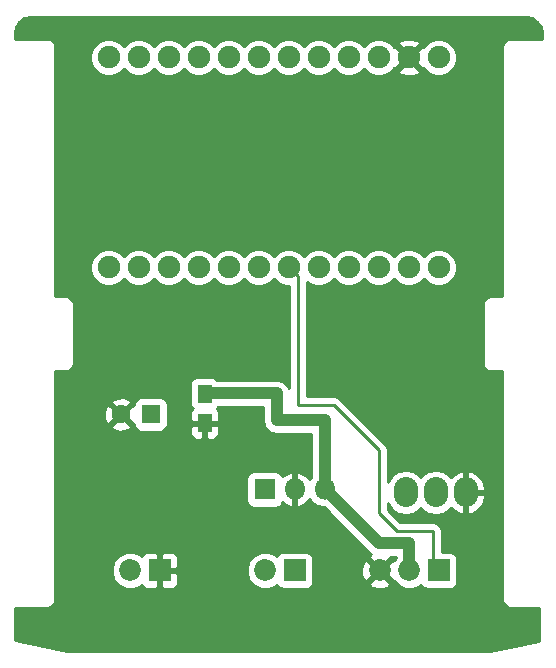
<source format=gtl>
G04 #@! TF.FileFunction,Copper,L1,Top,Signal*
%FSLAX46Y46*%
G04 Gerber Fmt 4.6, Leading zero omitted, Abs format (unit mm)*
G04 Created by KiCad (PCBNEW 4.0.5) date 07/13/18 00:02:14*
%MOMM*%
%LPD*%
G01*
G04 APERTURE LIST*
%ADD10C,0.100000*%
%ADD11O,2.032000X2.540000*%
%ADD12R,1.850000X1.850000*%
%ADD13C,1.850000*%
%ADD14R,1.800000X1.800000*%
%ADD15O,1.800000X1.800000*%
%ADD16C,1.900000*%
%ADD17R,1.250000X1.500000*%
%ADD18R,1.600000X1.600000*%
%ADD19C,1.600000*%
%ADD20C,0.250000*%
%ADD21C,1.000000*%
%ADD22C,0.254000*%
G04 APERTURE END LIST*
D10*
D11*
X194818000Y-90932000D03*
X197358000Y-90932000D03*
X192278000Y-90932000D03*
D12*
X182880000Y-97536000D03*
D13*
X180380000Y-97536000D03*
D12*
X195072000Y-97536000D03*
D13*
X192572000Y-97536000D03*
X190072000Y-97536000D03*
D14*
X180340000Y-90678000D03*
D15*
X182880000Y-90678000D03*
X185420000Y-90678000D03*
D16*
X195072000Y-54102000D03*
X192532000Y-54102000D03*
X189992000Y-54102000D03*
X187452000Y-54102000D03*
X184912000Y-54102000D03*
X182372000Y-54102000D03*
X179832000Y-54102000D03*
X177292000Y-54102000D03*
X174752000Y-54102000D03*
X172212000Y-54102000D03*
X169672000Y-54102000D03*
X167132000Y-54102000D03*
X195072000Y-71882000D03*
X192532000Y-71882000D03*
X189992000Y-71882000D03*
X187452000Y-71882000D03*
X184912000Y-71882000D03*
X182372000Y-71882000D03*
X179832000Y-71882000D03*
X177292000Y-71882000D03*
X174752000Y-71882000D03*
X172212000Y-71882000D03*
X169672000Y-71882000D03*
X167132000Y-71882000D03*
D17*
X175260000Y-82570000D03*
X175260000Y-85070000D03*
D18*
X170688000Y-84328000D03*
D19*
X168188000Y-84328000D03*
D12*
X171450000Y-97536000D03*
D13*
X168950000Y-97536000D03*
D20*
X182372000Y-71882000D02*
X183134000Y-72644000D01*
X183134000Y-83566000D02*
X185674000Y-83566000D01*
X185674000Y-83566000D02*
X186182000Y-83566000D01*
X186182000Y-83566000D02*
X189992000Y-87376000D01*
X189992000Y-87376000D02*
X189992000Y-92710000D01*
X189992000Y-92710000D02*
X191516000Y-94234000D01*
X191516000Y-94234000D02*
X194564000Y-94234000D01*
X194564000Y-94234000D02*
X194564000Y-97028000D01*
X183134000Y-72644000D02*
X183134000Y-83566000D01*
X194564000Y-97028000D02*
X195072000Y-97536000D01*
D21*
X192532000Y-95250000D02*
X192572000Y-95290000D01*
X189992000Y-95250000D02*
X192532000Y-95250000D01*
X185420000Y-90678000D02*
X189992000Y-95250000D01*
X192572000Y-95290000D02*
X192572000Y-97536000D01*
X175260000Y-82570000D02*
X175280000Y-82550000D01*
X175280000Y-82550000D02*
X181356000Y-82550000D01*
X181356000Y-82550000D02*
X181356000Y-82804000D01*
X181356000Y-82804000D02*
X181356000Y-84836000D01*
X181356000Y-84836000D02*
X185420000Y-84836000D01*
X185420000Y-84836000D02*
X185420000Y-90678000D01*
D20*
X175220000Y-85110000D02*
X175260000Y-85070000D01*
D22*
G36*
X202999195Y-50801097D02*
X203421458Y-51083243D01*
X203703604Y-51505506D01*
X203816101Y-52071066D01*
X203816101Y-52518574D01*
X201153788Y-52518576D01*
X200891650Y-52570719D01*
X200669420Y-52719208D01*
X200520931Y-52941438D01*
X200468788Y-53203576D01*
X200468788Y-74318600D01*
X199501101Y-74318600D01*
X199238963Y-74370743D01*
X199016733Y-74519232D01*
X198868244Y-74741462D01*
X198816101Y-75003600D01*
X198816101Y-80003600D01*
X198868244Y-80265738D01*
X199016733Y-80487968D01*
X199238963Y-80636457D01*
X199501101Y-80688600D01*
X200468788Y-80688600D01*
X200468788Y-100003600D01*
X200520931Y-100265738D01*
X200669420Y-100487968D01*
X200891650Y-100636457D01*
X201153788Y-100688600D01*
X203602362Y-100688600D01*
X203589698Y-103487315D01*
X199433271Y-104318600D01*
X163568930Y-104318600D01*
X159186100Y-103442034D01*
X159186100Y-100688600D01*
X161944138Y-100688600D01*
X162206276Y-100636457D01*
X162428506Y-100487968D01*
X162576995Y-100265738D01*
X162629138Y-100003600D01*
X162629138Y-97844942D01*
X167389730Y-97844942D01*
X167626725Y-98418514D01*
X168065177Y-98857732D01*
X168638336Y-99095728D01*
X169258942Y-99096270D01*
X169832514Y-98859275D01*
X169952881Y-98739118D01*
X169986673Y-98820699D01*
X170165302Y-98999327D01*
X170398691Y-99096000D01*
X171164250Y-99096000D01*
X171323000Y-98937250D01*
X171323000Y-97663000D01*
X171577000Y-97663000D01*
X171577000Y-98937250D01*
X171735750Y-99096000D01*
X172501309Y-99096000D01*
X172734698Y-98999327D01*
X172913327Y-98820699D01*
X173010000Y-98587310D01*
X173010000Y-97844942D01*
X178819730Y-97844942D01*
X179056725Y-98418514D01*
X179495177Y-98857732D01*
X180068336Y-99095728D01*
X180688942Y-99096270D01*
X181262514Y-98859275D01*
X181380749Y-98741246D01*
X181490910Y-98912441D01*
X181703110Y-99057431D01*
X181955000Y-99108440D01*
X183805000Y-99108440D01*
X184040317Y-99064162D01*
X184256441Y-98925090D01*
X184401431Y-98712890D01*
X184417354Y-98634256D01*
X189153349Y-98634256D01*
X189242821Y-98893332D01*
X189825368Y-99107325D01*
X190445461Y-99082097D01*
X190901179Y-98893332D01*
X190990651Y-98634256D01*
X190072000Y-97715605D01*
X189153349Y-98634256D01*
X184417354Y-98634256D01*
X184452440Y-98461000D01*
X184452440Y-97289368D01*
X188500675Y-97289368D01*
X188525903Y-97909461D01*
X188714668Y-98365179D01*
X188973744Y-98454651D01*
X189892395Y-97536000D01*
X188973744Y-96617349D01*
X188714668Y-96706821D01*
X188500675Y-97289368D01*
X184452440Y-97289368D01*
X184452440Y-96611000D01*
X184408162Y-96375683D01*
X184269090Y-96159559D01*
X184056890Y-96014569D01*
X183805000Y-95963560D01*
X181955000Y-95963560D01*
X181719683Y-96007838D01*
X181503559Y-96146910D01*
X181379229Y-96328874D01*
X181264823Y-96214268D01*
X180691664Y-95976272D01*
X180071058Y-95975730D01*
X179497486Y-96212725D01*
X179058268Y-96651177D01*
X178820272Y-97224336D01*
X178819730Y-97844942D01*
X173010000Y-97844942D01*
X173010000Y-97821750D01*
X172851250Y-97663000D01*
X171577000Y-97663000D01*
X171323000Y-97663000D01*
X171303000Y-97663000D01*
X171303000Y-97409000D01*
X171323000Y-97409000D01*
X171323000Y-96134750D01*
X171577000Y-96134750D01*
X171577000Y-97409000D01*
X172851250Y-97409000D01*
X173010000Y-97250250D01*
X173010000Y-96484690D01*
X172913327Y-96251301D01*
X172734698Y-96072673D01*
X172501309Y-95976000D01*
X171735750Y-95976000D01*
X171577000Y-96134750D01*
X171323000Y-96134750D01*
X171164250Y-95976000D01*
X170398691Y-95976000D01*
X170165302Y-96072673D01*
X169986673Y-96251301D01*
X169952983Y-96332635D01*
X169834823Y-96214268D01*
X169261664Y-95976272D01*
X168641058Y-95975730D01*
X168067486Y-96212725D01*
X167628268Y-96651177D01*
X167390272Y-97224336D01*
X167389730Y-97844942D01*
X162629138Y-97844942D01*
X162629138Y-89778000D01*
X178792560Y-89778000D01*
X178792560Y-91578000D01*
X178836838Y-91813317D01*
X178975910Y-92029441D01*
X179188110Y-92174431D01*
X179440000Y-92225440D01*
X181240000Y-92225440D01*
X181475317Y-92181162D01*
X181691441Y-92042090D01*
X181836431Y-91829890D01*
X181846766Y-91778854D01*
X181972424Y-91915966D01*
X182515258Y-92169046D01*
X182753000Y-92048997D01*
X182753000Y-90805000D01*
X182733000Y-90805000D01*
X182733000Y-90551000D01*
X182753000Y-90551000D01*
X182753000Y-89307003D01*
X182515258Y-89186954D01*
X181972424Y-89440034D01*
X181849156Y-89574538D01*
X181843162Y-89542683D01*
X181704090Y-89326559D01*
X181491890Y-89181569D01*
X181240000Y-89130560D01*
X179440000Y-89130560D01*
X179204683Y-89174838D01*
X178988559Y-89313910D01*
X178843569Y-89526110D01*
X178792560Y-89778000D01*
X162629138Y-89778000D01*
X162629138Y-85335745D01*
X167359861Y-85335745D01*
X167433995Y-85581864D01*
X167971223Y-85774965D01*
X168541454Y-85747778D01*
X168942005Y-85581864D01*
X169016139Y-85335745D01*
X168188000Y-84507605D01*
X167359861Y-85335745D01*
X162629138Y-85335745D01*
X162629138Y-84111223D01*
X166741035Y-84111223D01*
X166768222Y-84681454D01*
X166934136Y-85082005D01*
X167180255Y-85156139D01*
X168008395Y-84328000D01*
X168367605Y-84328000D01*
X169195745Y-85156139D01*
X169243167Y-85141855D01*
X169284838Y-85363317D01*
X169423910Y-85579441D01*
X169636110Y-85724431D01*
X169888000Y-85775440D01*
X171488000Y-85775440D01*
X171723317Y-85731162D01*
X171939441Y-85592090D01*
X172084431Y-85379890D01*
X172089319Y-85355750D01*
X174000000Y-85355750D01*
X174000000Y-85946309D01*
X174096673Y-86179698D01*
X174275301Y-86358327D01*
X174508690Y-86455000D01*
X174974250Y-86455000D01*
X175133000Y-86296250D01*
X175133000Y-85197000D01*
X175387000Y-85197000D01*
X175387000Y-86296250D01*
X175545750Y-86455000D01*
X176011310Y-86455000D01*
X176244699Y-86358327D01*
X176423327Y-86179698D01*
X176520000Y-85946309D01*
X176520000Y-85355750D01*
X176361250Y-85197000D01*
X175387000Y-85197000D01*
X175133000Y-85197000D01*
X174158750Y-85197000D01*
X174000000Y-85355750D01*
X172089319Y-85355750D01*
X172135440Y-85128000D01*
X172135440Y-83528000D01*
X172091162Y-83292683D01*
X171952090Y-83076559D01*
X171739890Y-82931569D01*
X171488000Y-82880560D01*
X169888000Y-82880560D01*
X169652683Y-82924838D01*
X169436559Y-83063910D01*
X169291569Y-83276110D01*
X169243354Y-83514201D01*
X169195745Y-83499861D01*
X168367605Y-84328000D01*
X168008395Y-84328000D01*
X167180255Y-83499861D01*
X166934136Y-83573995D01*
X166741035Y-84111223D01*
X162629138Y-84111223D01*
X162629138Y-83320255D01*
X167359861Y-83320255D01*
X168188000Y-84148395D01*
X169016139Y-83320255D01*
X168942005Y-83074136D01*
X168404777Y-82881035D01*
X167834546Y-82908222D01*
X167433995Y-83074136D01*
X167359861Y-83320255D01*
X162629138Y-83320255D01*
X162629138Y-80688600D01*
X163501100Y-80688600D01*
X163763238Y-80636457D01*
X163985468Y-80487968D01*
X164133957Y-80265738D01*
X164186100Y-80003600D01*
X164186100Y-75003600D01*
X164133957Y-74741462D01*
X163985468Y-74519232D01*
X163763238Y-74370743D01*
X163501100Y-74318600D01*
X162629138Y-74318600D01*
X162629138Y-72195893D01*
X165546725Y-72195893D01*
X165787519Y-72778657D01*
X166232997Y-73224914D01*
X166815341Y-73466724D01*
X167445893Y-73467275D01*
X168028657Y-73226481D01*
X168402261Y-72853529D01*
X168772997Y-73224914D01*
X169355341Y-73466724D01*
X169985893Y-73467275D01*
X170568657Y-73226481D01*
X170942261Y-72853529D01*
X171312997Y-73224914D01*
X171895341Y-73466724D01*
X172525893Y-73467275D01*
X173108657Y-73226481D01*
X173482261Y-72853529D01*
X173852997Y-73224914D01*
X174435341Y-73466724D01*
X175065893Y-73467275D01*
X175648657Y-73226481D01*
X176022261Y-72853529D01*
X176392997Y-73224914D01*
X176975341Y-73466724D01*
X177605893Y-73467275D01*
X178188657Y-73226481D01*
X178562261Y-72853529D01*
X178932997Y-73224914D01*
X179515341Y-73466724D01*
X180145893Y-73467275D01*
X180728657Y-73226481D01*
X181102261Y-72853529D01*
X181472997Y-73224914D01*
X182055341Y-73466724D01*
X182374000Y-73467002D01*
X182374000Y-82069853D01*
X182158566Y-81747434D01*
X181790346Y-81501397D01*
X181356000Y-81415000D01*
X176378974Y-81415000D01*
X176349090Y-81368559D01*
X176136890Y-81223569D01*
X175885000Y-81172560D01*
X174635000Y-81172560D01*
X174399683Y-81216838D01*
X174183559Y-81355910D01*
X174038569Y-81568110D01*
X173987560Y-81820000D01*
X173987560Y-83320000D01*
X174031838Y-83555317D01*
X174170910Y-83771441D01*
X174239006Y-83817969D01*
X174096673Y-83960302D01*
X174000000Y-84193691D01*
X174000000Y-84784250D01*
X174158750Y-84943000D01*
X175133000Y-84943000D01*
X175133000Y-84923000D01*
X175387000Y-84923000D01*
X175387000Y-84943000D01*
X176361250Y-84943000D01*
X176520000Y-84784250D01*
X176520000Y-84193691D01*
X176423327Y-83960302D01*
X176282090Y-83819064D01*
X176336441Y-83784090D01*
X176404146Y-83685000D01*
X180221000Y-83685000D01*
X180221000Y-84836000D01*
X180307397Y-85270346D01*
X180553434Y-85638566D01*
X180921654Y-85884603D01*
X181356000Y-85971000D01*
X184285000Y-85971000D01*
X184285000Y-89621803D01*
X184145499Y-89830582D01*
X183787576Y-89440034D01*
X183244742Y-89186954D01*
X183007000Y-89307003D01*
X183007000Y-90551000D01*
X183027000Y-90551000D01*
X183027000Y-90805000D01*
X183007000Y-90805000D01*
X183007000Y-92048997D01*
X183244742Y-92169046D01*
X183787576Y-91915966D01*
X184145499Y-91525418D01*
X184304519Y-91763409D01*
X184802509Y-92096155D01*
X185339921Y-92203053D01*
X189189434Y-96052566D01*
X189326367Y-96144062D01*
X189242821Y-96178668D01*
X189153349Y-96437744D01*
X190072000Y-97356395D01*
X190990651Y-96437744D01*
X190972436Y-96385000D01*
X191437000Y-96385000D01*
X191437000Y-96464771D01*
X191254879Y-96646574D01*
X191170256Y-96617349D01*
X190251605Y-97536000D01*
X191170256Y-98454651D01*
X191255434Y-98425235D01*
X191687177Y-98857732D01*
X192260336Y-99095728D01*
X192880942Y-99096270D01*
X193454514Y-98859275D01*
X193572749Y-98741246D01*
X193682910Y-98912441D01*
X193895110Y-99057431D01*
X194147000Y-99108440D01*
X195997000Y-99108440D01*
X196232317Y-99064162D01*
X196448441Y-98925090D01*
X196593431Y-98712890D01*
X196644440Y-98461000D01*
X196644440Y-96611000D01*
X196600162Y-96375683D01*
X196461090Y-96159559D01*
X196248890Y-96014569D01*
X195997000Y-95963560D01*
X195324000Y-95963560D01*
X195324000Y-94234000D01*
X195266148Y-93943161D01*
X195101401Y-93696599D01*
X194854839Y-93531852D01*
X194564000Y-93474000D01*
X191830802Y-93474000D01*
X190752000Y-92395198D01*
X190752000Y-91851738D01*
X190752675Y-91855131D01*
X191110567Y-92390754D01*
X191646190Y-92748646D01*
X192278000Y-92874321D01*
X192909810Y-92748646D01*
X193445433Y-92390754D01*
X193548000Y-92237252D01*
X193650567Y-92390754D01*
X194186190Y-92748646D01*
X194818000Y-92874321D01*
X195449810Y-92748646D01*
X195985433Y-92390754D01*
X196102054Y-92216219D01*
X196280370Y-92443236D01*
X196843523Y-92759926D01*
X196975056Y-92791975D01*
X197231000Y-92672836D01*
X197231000Y-91059000D01*
X197485000Y-91059000D01*
X197485000Y-92672836D01*
X197740944Y-92791975D01*
X197872477Y-92759926D01*
X198435630Y-92443236D01*
X198834724Y-91935143D01*
X199009000Y-91313000D01*
X199009000Y-91059000D01*
X197485000Y-91059000D01*
X197231000Y-91059000D01*
X197211000Y-91059000D01*
X197211000Y-90805000D01*
X197231000Y-90805000D01*
X197231000Y-89191164D01*
X197485000Y-89191164D01*
X197485000Y-90805000D01*
X199009000Y-90805000D01*
X199009000Y-90551000D01*
X198834724Y-89928857D01*
X198435630Y-89420764D01*
X197872477Y-89104074D01*
X197740944Y-89072025D01*
X197485000Y-89191164D01*
X197231000Y-89191164D01*
X196975056Y-89072025D01*
X196843523Y-89104074D01*
X196280370Y-89420764D01*
X196102054Y-89647781D01*
X195985433Y-89473246D01*
X195449810Y-89115354D01*
X194818000Y-88989679D01*
X194186190Y-89115354D01*
X193650567Y-89473246D01*
X193548000Y-89626748D01*
X193445433Y-89473246D01*
X192909810Y-89115354D01*
X192278000Y-88989679D01*
X191646190Y-89115354D01*
X191110567Y-89473246D01*
X190752675Y-90008869D01*
X190752000Y-90012262D01*
X190752000Y-87376000D01*
X190694148Y-87085161D01*
X190529401Y-86838599D01*
X186719401Y-83028599D01*
X186472839Y-82863852D01*
X186182000Y-82806000D01*
X183894000Y-82806000D01*
X183894000Y-73105709D01*
X184012997Y-73224914D01*
X184595341Y-73466724D01*
X185225893Y-73467275D01*
X185808657Y-73226481D01*
X186182261Y-72853529D01*
X186552997Y-73224914D01*
X187135341Y-73466724D01*
X187765893Y-73467275D01*
X188348657Y-73226481D01*
X188722261Y-72853529D01*
X189092997Y-73224914D01*
X189675341Y-73466724D01*
X190305893Y-73467275D01*
X190888657Y-73226481D01*
X191262261Y-72853529D01*
X191632997Y-73224914D01*
X192215341Y-73466724D01*
X192845893Y-73467275D01*
X193428657Y-73226481D01*
X193802261Y-72853529D01*
X194172997Y-73224914D01*
X194755341Y-73466724D01*
X195385893Y-73467275D01*
X195968657Y-73226481D01*
X196414914Y-72781003D01*
X196656724Y-72198659D01*
X196657275Y-71568107D01*
X196416481Y-70985343D01*
X195971003Y-70539086D01*
X195388659Y-70297276D01*
X194758107Y-70296725D01*
X194175343Y-70537519D01*
X193801739Y-70910471D01*
X193431003Y-70539086D01*
X192848659Y-70297276D01*
X192218107Y-70296725D01*
X191635343Y-70537519D01*
X191261739Y-70910471D01*
X190891003Y-70539086D01*
X190308659Y-70297276D01*
X189678107Y-70296725D01*
X189095343Y-70537519D01*
X188721739Y-70910471D01*
X188351003Y-70539086D01*
X187768659Y-70297276D01*
X187138107Y-70296725D01*
X186555343Y-70537519D01*
X186181739Y-70910471D01*
X185811003Y-70539086D01*
X185228659Y-70297276D01*
X184598107Y-70296725D01*
X184015343Y-70537519D01*
X183641739Y-70910471D01*
X183271003Y-70539086D01*
X182688659Y-70297276D01*
X182058107Y-70296725D01*
X181475343Y-70537519D01*
X181101739Y-70910471D01*
X180731003Y-70539086D01*
X180148659Y-70297276D01*
X179518107Y-70296725D01*
X178935343Y-70537519D01*
X178561739Y-70910471D01*
X178191003Y-70539086D01*
X177608659Y-70297276D01*
X176978107Y-70296725D01*
X176395343Y-70537519D01*
X176021739Y-70910471D01*
X175651003Y-70539086D01*
X175068659Y-70297276D01*
X174438107Y-70296725D01*
X173855343Y-70537519D01*
X173481739Y-70910471D01*
X173111003Y-70539086D01*
X172528659Y-70297276D01*
X171898107Y-70296725D01*
X171315343Y-70537519D01*
X170941739Y-70910471D01*
X170571003Y-70539086D01*
X169988659Y-70297276D01*
X169358107Y-70296725D01*
X168775343Y-70537519D01*
X168401739Y-70910471D01*
X168031003Y-70539086D01*
X167448659Y-70297276D01*
X166818107Y-70296725D01*
X166235343Y-70537519D01*
X165789086Y-70982997D01*
X165547276Y-71565341D01*
X165546725Y-72195893D01*
X162629138Y-72195893D01*
X162629138Y-54803608D01*
X162629139Y-54803603D01*
X162629138Y-54803598D01*
X162629138Y-54415893D01*
X165546725Y-54415893D01*
X165787519Y-54998657D01*
X166232997Y-55444914D01*
X166815341Y-55686724D01*
X167445893Y-55687275D01*
X168028657Y-55446481D01*
X168402261Y-55073529D01*
X168772997Y-55444914D01*
X169355341Y-55686724D01*
X169985893Y-55687275D01*
X170568657Y-55446481D01*
X170942261Y-55073529D01*
X171312997Y-55444914D01*
X171895341Y-55686724D01*
X172525893Y-55687275D01*
X173108657Y-55446481D01*
X173482261Y-55073529D01*
X173852997Y-55444914D01*
X174435341Y-55686724D01*
X175065893Y-55687275D01*
X175648657Y-55446481D01*
X176022261Y-55073529D01*
X176392997Y-55444914D01*
X176975341Y-55686724D01*
X177605893Y-55687275D01*
X178188657Y-55446481D01*
X178562261Y-55073529D01*
X178932997Y-55444914D01*
X179515341Y-55686724D01*
X180145893Y-55687275D01*
X180728657Y-55446481D01*
X181102261Y-55073529D01*
X181472997Y-55444914D01*
X182055341Y-55686724D01*
X182685893Y-55687275D01*
X183268657Y-55446481D01*
X183642261Y-55073529D01*
X184012997Y-55444914D01*
X184595341Y-55686724D01*
X185225893Y-55687275D01*
X185808657Y-55446481D01*
X186182261Y-55073529D01*
X186552997Y-55444914D01*
X187135341Y-55686724D01*
X187765893Y-55687275D01*
X188348657Y-55446481D01*
X188722261Y-55073529D01*
X189092997Y-55444914D01*
X189675341Y-55686724D01*
X190305893Y-55687275D01*
X190888657Y-55446481D01*
X191117186Y-55218350D01*
X191595255Y-55218350D01*
X191687792Y-55480019D01*
X192279398Y-55698188D01*
X192909461Y-55673352D01*
X193376208Y-55480019D01*
X193468745Y-55218350D01*
X192532000Y-54281605D01*
X191595255Y-55218350D01*
X191117186Y-55218350D01*
X191328116Y-55007789D01*
X191415650Y-55038745D01*
X192352395Y-54102000D01*
X192711605Y-54102000D01*
X193648350Y-55038745D01*
X193736439Y-55007593D01*
X194172997Y-55444914D01*
X194755341Y-55686724D01*
X195385893Y-55687275D01*
X195968657Y-55446481D01*
X196414914Y-55001003D01*
X196656724Y-54418659D01*
X196657275Y-53788107D01*
X196416481Y-53205343D01*
X195971003Y-52759086D01*
X195388659Y-52517276D01*
X194758107Y-52516725D01*
X194175343Y-52757519D01*
X193735884Y-53196211D01*
X193648350Y-53165255D01*
X192711605Y-54102000D01*
X192352395Y-54102000D01*
X191415650Y-53165255D01*
X191327561Y-53196407D01*
X191117172Y-52985650D01*
X191595255Y-52985650D01*
X192532000Y-53922395D01*
X193468745Y-52985650D01*
X193376208Y-52723981D01*
X192784602Y-52505812D01*
X192154539Y-52530648D01*
X191687792Y-52723981D01*
X191595255Y-52985650D01*
X191117172Y-52985650D01*
X190891003Y-52759086D01*
X190308659Y-52517276D01*
X189678107Y-52516725D01*
X189095343Y-52757519D01*
X188721739Y-53130471D01*
X188351003Y-52759086D01*
X187768659Y-52517276D01*
X187138107Y-52516725D01*
X186555343Y-52757519D01*
X186181739Y-53130471D01*
X185811003Y-52759086D01*
X185228659Y-52517276D01*
X184598107Y-52516725D01*
X184015343Y-52757519D01*
X183641739Y-53130471D01*
X183271003Y-52759086D01*
X182688659Y-52517276D01*
X182058107Y-52516725D01*
X181475343Y-52757519D01*
X181101739Y-53130471D01*
X180731003Y-52759086D01*
X180148659Y-52517276D01*
X179518107Y-52516725D01*
X178935343Y-52757519D01*
X178561739Y-53130471D01*
X178191003Y-52759086D01*
X177608659Y-52517276D01*
X176978107Y-52516725D01*
X176395343Y-52757519D01*
X176021739Y-53130471D01*
X175651003Y-52759086D01*
X175068659Y-52517276D01*
X174438107Y-52516725D01*
X173855343Y-52757519D01*
X173481739Y-53130471D01*
X173111003Y-52759086D01*
X172528659Y-52517276D01*
X171898107Y-52516725D01*
X171315343Y-52757519D01*
X170941739Y-53130471D01*
X170571003Y-52759086D01*
X169988659Y-52517276D01*
X169358107Y-52516725D01*
X168775343Y-52757519D01*
X168401739Y-53130471D01*
X168031003Y-52759086D01*
X167448659Y-52517276D01*
X166818107Y-52516725D01*
X166235343Y-52757519D01*
X165789086Y-53202997D01*
X165547276Y-53785341D01*
X165546725Y-54415893D01*
X162629138Y-54415893D01*
X162629138Y-53203599D01*
X162576995Y-52941461D01*
X162428506Y-52719231D01*
X162206276Y-52570742D01*
X161944138Y-52518599D01*
X161942870Y-52518599D01*
X159186100Y-52518601D01*
X159186100Y-52071067D01*
X159298597Y-51505506D01*
X159580743Y-51083243D01*
X160003006Y-50801097D01*
X160568566Y-50688600D01*
X202433634Y-50688600D01*
X202999195Y-50801097D01*
X202999195Y-50801097D01*
G37*
X202999195Y-50801097D02*
X203421458Y-51083243D01*
X203703604Y-51505506D01*
X203816101Y-52071066D01*
X203816101Y-52518574D01*
X201153788Y-52518576D01*
X200891650Y-52570719D01*
X200669420Y-52719208D01*
X200520931Y-52941438D01*
X200468788Y-53203576D01*
X200468788Y-74318600D01*
X199501101Y-74318600D01*
X199238963Y-74370743D01*
X199016733Y-74519232D01*
X198868244Y-74741462D01*
X198816101Y-75003600D01*
X198816101Y-80003600D01*
X198868244Y-80265738D01*
X199016733Y-80487968D01*
X199238963Y-80636457D01*
X199501101Y-80688600D01*
X200468788Y-80688600D01*
X200468788Y-100003600D01*
X200520931Y-100265738D01*
X200669420Y-100487968D01*
X200891650Y-100636457D01*
X201153788Y-100688600D01*
X203602362Y-100688600D01*
X203589698Y-103487315D01*
X199433271Y-104318600D01*
X163568930Y-104318600D01*
X159186100Y-103442034D01*
X159186100Y-100688600D01*
X161944138Y-100688600D01*
X162206276Y-100636457D01*
X162428506Y-100487968D01*
X162576995Y-100265738D01*
X162629138Y-100003600D01*
X162629138Y-97844942D01*
X167389730Y-97844942D01*
X167626725Y-98418514D01*
X168065177Y-98857732D01*
X168638336Y-99095728D01*
X169258942Y-99096270D01*
X169832514Y-98859275D01*
X169952881Y-98739118D01*
X169986673Y-98820699D01*
X170165302Y-98999327D01*
X170398691Y-99096000D01*
X171164250Y-99096000D01*
X171323000Y-98937250D01*
X171323000Y-97663000D01*
X171577000Y-97663000D01*
X171577000Y-98937250D01*
X171735750Y-99096000D01*
X172501309Y-99096000D01*
X172734698Y-98999327D01*
X172913327Y-98820699D01*
X173010000Y-98587310D01*
X173010000Y-97844942D01*
X178819730Y-97844942D01*
X179056725Y-98418514D01*
X179495177Y-98857732D01*
X180068336Y-99095728D01*
X180688942Y-99096270D01*
X181262514Y-98859275D01*
X181380749Y-98741246D01*
X181490910Y-98912441D01*
X181703110Y-99057431D01*
X181955000Y-99108440D01*
X183805000Y-99108440D01*
X184040317Y-99064162D01*
X184256441Y-98925090D01*
X184401431Y-98712890D01*
X184417354Y-98634256D01*
X189153349Y-98634256D01*
X189242821Y-98893332D01*
X189825368Y-99107325D01*
X190445461Y-99082097D01*
X190901179Y-98893332D01*
X190990651Y-98634256D01*
X190072000Y-97715605D01*
X189153349Y-98634256D01*
X184417354Y-98634256D01*
X184452440Y-98461000D01*
X184452440Y-97289368D01*
X188500675Y-97289368D01*
X188525903Y-97909461D01*
X188714668Y-98365179D01*
X188973744Y-98454651D01*
X189892395Y-97536000D01*
X188973744Y-96617349D01*
X188714668Y-96706821D01*
X188500675Y-97289368D01*
X184452440Y-97289368D01*
X184452440Y-96611000D01*
X184408162Y-96375683D01*
X184269090Y-96159559D01*
X184056890Y-96014569D01*
X183805000Y-95963560D01*
X181955000Y-95963560D01*
X181719683Y-96007838D01*
X181503559Y-96146910D01*
X181379229Y-96328874D01*
X181264823Y-96214268D01*
X180691664Y-95976272D01*
X180071058Y-95975730D01*
X179497486Y-96212725D01*
X179058268Y-96651177D01*
X178820272Y-97224336D01*
X178819730Y-97844942D01*
X173010000Y-97844942D01*
X173010000Y-97821750D01*
X172851250Y-97663000D01*
X171577000Y-97663000D01*
X171323000Y-97663000D01*
X171303000Y-97663000D01*
X171303000Y-97409000D01*
X171323000Y-97409000D01*
X171323000Y-96134750D01*
X171577000Y-96134750D01*
X171577000Y-97409000D01*
X172851250Y-97409000D01*
X173010000Y-97250250D01*
X173010000Y-96484690D01*
X172913327Y-96251301D01*
X172734698Y-96072673D01*
X172501309Y-95976000D01*
X171735750Y-95976000D01*
X171577000Y-96134750D01*
X171323000Y-96134750D01*
X171164250Y-95976000D01*
X170398691Y-95976000D01*
X170165302Y-96072673D01*
X169986673Y-96251301D01*
X169952983Y-96332635D01*
X169834823Y-96214268D01*
X169261664Y-95976272D01*
X168641058Y-95975730D01*
X168067486Y-96212725D01*
X167628268Y-96651177D01*
X167390272Y-97224336D01*
X167389730Y-97844942D01*
X162629138Y-97844942D01*
X162629138Y-89778000D01*
X178792560Y-89778000D01*
X178792560Y-91578000D01*
X178836838Y-91813317D01*
X178975910Y-92029441D01*
X179188110Y-92174431D01*
X179440000Y-92225440D01*
X181240000Y-92225440D01*
X181475317Y-92181162D01*
X181691441Y-92042090D01*
X181836431Y-91829890D01*
X181846766Y-91778854D01*
X181972424Y-91915966D01*
X182515258Y-92169046D01*
X182753000Y-92048997D01*
X182753000Y-90805000D01*
X182733000Y-90805000D01*
X182733000Y-90551000D01*
X182753000Y-90551000D01*
X182753000Y-89307003D01*
X182515258Y-89186954D01*
X181972424Y-89440034D01*
X181849156Y-89574538D01*
X181843162Y-89542683D01*
X181704090Y-89326559D01*
X181491890Y-89181569D01*
X181240000Y-89130560D01*
X179440000Y-89130560D01*
X179204683Y-89174838D01*
X178988559Y-89313910D01*
X178843569Y-89526110D01*
X178792560Y-89778000D01*
X162629138Y-89778000D01*
X162629138Y-85335745D01*
X167359861Y-85335745D01*
X167433995Y-85581864D01*
X167971223Y-85774965D01*
X168541454Y-85747778D01*
X168942005Y-85581864D01*
X169016139Y-85335745D01*
X168188000Y-84507605D01*
X167359861Y-85335745D01*
X162629138Y-85335745D01*
X162629138Y-84111223D01*
X166741035Y-84111223D01*
X166768222Y-84681454D01*
X166934136Y-85082005D01*
X167180255Y-85156139D01*
X168008395Y-84328000D01*
X168367605Y-84328000D01*
X169195745Y-85156139D01*
X169243167Y-85141855D01*
X169284838Y-85363317D01*
X169423910Y-85579441D01*
X169636110Y-85724431D01*
X169888000Y-85775440D01*
X171488000Y-85775440D01*
X171723317Y-85731162D01*
X171939441Y-85592090D01*
X172084431Y-85379890D01*
X172089319Y-85355750D01*
X174000000Y-85355750D01*
X174000000Y-85946309D01*
X174096673Y-86179698D01*
X174275301Y-86358327D01*
X174508690Y-86455000D01*
X174974250Y-86455000D01*
X175133000Y-86296250D01*
X175133000Y-85197000D01*
X175387000Y-85197000D01*
X175387000Y-86296250D01*
X175545750Y-86455000D01*
X176011310Y-86455000D01*
X176244699Y-86358327D01*
X176423327Y-86179698D01*
X176520000Y-85946309D01*
X176520000Y-85355750D01*
X176361250Y-85197000D01*
X175387000Y-85197000D01*
X175133000Y-85197000D01*
X174158750Y-85197000D01*
X174000000Y-85355750D01*
X172089319Y-85355750D01*
X172135440Y-85128000D01*
X172135440Y-83528000D01*
X172091162Y-83292683D01*
X171952090Y-83076559D01*
X171739890Y-82931569D01*
X171488000Y-82880560D01*
X169888000Y-82880560D01*
X169652683Y-82924838D01*
X169436559Y-83063910D01*
X169291569Y-83276110D01*
X169243354Y-83514201D01*
X169195745Y-83499861D01*
X168367605Y-84328000D01*
X168008395Y-84328000D01*
X167180255Y-83499861D01*
X166934136Y-83573995D01*
X166741035Y-84111223D01*
X162629138Y-84111223D01*
X162629138Y-83320255D01*
X167359861Y-83320255D01*
X168188000Y-84148395D01*
X169016139Y-83320255D01*
X168942005Y-83074136D01*
X168404777Y-82881035D01*
X167834546Y-82908222D01*
X167433995Y-83074136D01*
X167359861Y-83320255D01*
X162629138Y-83320255D01*
X162629138Y-80688600D01*
X163501100Y-80688600D01*
X163763238Y-80636457D01*
X163985468Y-80487968D01*
X164133957Y-80265738D01*
X164186100Y-80003600D01*
X164186100Y-75003600D01*
X164133957Y-74741462D01*
X163985468Y-74519232D01*
X163763238Y-74370743D01*
X163501100Y-74318600D01*
X162629138Y-74318600D01*
X162629138Y-72195893D01*
X165546725Y-72195893D01*
X165787519Y-72778657D01*
X166232997Y-73224914D01*
X166815341Y-73466724D01*
X167445893Y-73467275D01*
X168028657Y-73226481D01*
X168402261Y-72853529D01*
X168772997Y-73224914D01*
X169355341Y-73466724D01*
X169985893Y-73467275D01*
X170568657Y-73226481D01*
X170942261Y-72853529D01*
X171312997Y-73224914D01*
X171895341Y-73466724D01*
X172525893Y-73467275D01*
X173108657Y-73226481D01*
X173482261Y-72853529D01*
X173852997Y-73224914D01*
X174435341Y-73466724D01*
X175065893Y-73467275D01*
X175648657Y-73226481D01*
X176022261Y-72853529D01*
X176392997Y-73224914D01*
X176975341Y-73466724D01*
X177605893Y-73467275D01*
X178188657Y-73226481D01*
X178562261Y-72853529D01*
X178932997Y-73224914D01*
X179515341Y-73466724D01*
X180145893Y-73467275D01*
X180728657Y-73226481D01*
X181102261Y-72853529D01*
X181472997Y-73224914D01*
X182055341Y-73466724D01*
X182374000Y-73467002D01*
X182374000Y-82069853D01*
X182158566Y-81747434D01*
X181790346Y-81501397D01*
X181356000Y-81415000D01*
X176378974Y-81415000D01*
X176349090Y-81368559D01*
X176136890Y-81223569D01*
X175885000Y-81172560D01*
X174635000Y-81172560D01*
X174399683Y-81216838D01*
X174183559Y-81355910D01*
X174038569Y-81568110D01*
X173987560Y-81820000D01*
X173987560Y-83320000D01*
X174031838Y-83555317D01*
X174170910Y-83771441D01*
X174239006Y-83817969D01*
X174096673Y-83960302D01*
X174000000Y-84193691D01*
X174000000Y-84784250D01*
X174158750Y-84943000D01*
X175133000Y-84943000D01*
X175133000Y-84923000D01*
X175387000Y-84923000D01*
X175387000Y-84943000D01*
X176361250Y-84943000D01*
X176520000Y-84784250D01*
X176520000Y-84193691D01*
X176423327Y-83960302D01*
X176282090Y-83819064D01*
X176336441Y-83784090D01*
X176404146Y-83685000D01*
X180221000Y-83685000D01*
X180221000Y-84836000D01*
X180307397Y-85270346D01*
X180553434Y-85638566D01*
X180921654Y-85884603D01*
X181356000Y-85971000D01*
X184285000Y-85971000D01*
X184285000Y-89621803D01*
X184145499Y-89830582D01*
X183787576Y-89440034D01*
X183244742Y-89186954D01*
X183007000Y-89307003D01*
X183007000Y-90551000D01*
X183027000Y-90551000D01*
X183027000Y-90805000D01*
X183007000Y-90805000D01*
X183007000Y-92048997D01*
X183244742Y-92169046D01*
X183787576Y-91915966D01*
X184145499Y-91525418D01*
X184304519Y-91763409D01*
X184802509Y-92096155D01*
X185339921Y-92203053D01*
X189189434Y-96052566D01*
X189326367Y-96144062D01*
X189242821Y-96178668D01*
X189153349Y-96437744D01*
X190072000Y-97356395D01*
X190990651Y-96437744D01*
X190972436Y-96385000D01*
X191437000Y-96385000D01*
X191437000Y-96464771D01*
X191254879Y-96646574D01*
X191170256Y-96617349D01*
X190251605Y-97536000D01*
X191170256Y-98454651D01*
X191255434Y-98425235D01*
X191687177Y-98857732D01*
X192260336Y-99095728D01*
X192880942Y-99096270D01*
X193454514Y-98859275D01*
X193572749Y-98741246D01*
X193682910Y-98912441D01*
X193895110Y-99057431D01*
X194147000Y-99108440D01*
X195997000Y-99108440D01*
X196232317Y-99064162D01*
X196448441Y-98925090D01*
X196593431Y-98712890D01*
X196644440Y-98461000D01*
X196644440Y-96611000D01*
X196600162Y-96375683D01*
X196461090Y-96159559D01*
X196248890Y-96014569D01*
X195997000Y-95963560D01*
X195324000Y-95963560D01*
X195324000Y-94234000D01*
X195266148Y-93943161D01*
X195101401Y-93696599D01*
X194854839Y-93531852D01*
X194564000Y-93474000D01*
X191830802Y-93474000D01*
X190752000Y-92395198D01*
X190752000Y-91851738D01*
X190752675Y-91855131D01*
X191110567Y-92390754D01*
X191646190Y-92748646D01*
X192278000Y-92874321D01*
X192909810Y-92748646D01*
X193445433Y-92390754D01*
X193548000Y-92237252D01*
X193650567Y-92390754D01*
X194186190Y-92748646D01*
X194818000Y-92874321D01*
X195449810Y-92748646D01*
X195985433Y-92390754D01*
X196102054Y-92216219D01*
X196280370Y-92443236D01*
X196843523Y-92759926D01*
X196975056Y-92791975D01*
X197231000Y-92672836D01*
X197231000Y-91059000D01*
X197485000Y-91059000D01*
X197485000Y-92672836D01*
X197740944Y-92791975D01*
X197872477Y-92759926D01*
X198435630Y-92443236D01*
X198834724Y-91935143D01*
X199009000Y-91313000D01*
X199009000Y-91059000D01*
X197485000Y-91059000D01*
X197231000Y-91059000D01*
X197211000Y-91059000D01*
X197211000Y-90805000D01*
X197231000Y-90805000D01*
X197231000Y-89191164D01*
X197485000Y-89191164D01*
X197485000Y-90805000D01*
X199009000Y-90805000D01*
X199009000Y-90551000D01*
X198834724Y-89928857D01*
X198435630Y-89420764D01*
X197872477Y-89104074D01*
X197740944Y-89072025D01*
X197485000Y-89191164D01*
X197231000Y-89191164D01*
X196975056Y-89072025D01*
X196843523Y-89104074D01*
X196280370Y-89420764D01*
X196102054Y-89647781D01*
X195985433Y-89473246D01*
X195449810Y-89115354D01*
X194818000Y-88989679D01*
X194186190Y-89115354D01*
X193650567Y-89473246D01*
X193548000Y-89626748D01*
X193445433Y-89473246D01*
X192909810Y-89115354D01*
X192278000Y-88989679D01*
X191646190Y-89115354D01*
X191110567Y-89473246D01*
X190752675Y-90008869D01*
X190752000Y-90012262D01*
X190752000Y-87376000D01*
X190694148Y-87085161D01*
X190529401Y-86838599D01*
X186719401Y-83028599D01*
X186472839Y-82863852D01*
X186182000Y-82806000D01*
X183894000Y-82806000D01*
X183894000Y-73105709D01*
X184012997Y-73224914D01*
X184595341Y-73466724D01*
X185225893Y-73467275D01*
X185808657Y-73226481D01*
X186182261Y-72853529D01*
X186552997Y-73224914D01*
X187135341Y-73466724D01*
X187765893Y-73467275D01*
X188348657Y-73226481D01*
X188722261Y-72853529D01*
X189092997Y-73224914D01*
X189675341Y-73466724D01*
X190305893Y-73467275D01*
X190888657Y-73226481D01*
X191262261Y-72853529D01*
X191632997Y-73224914D01*
X192215341Y-73466724D01*
X192845893Y-73467275D01*
X193428657Y-73226481D01*
X193802261Y-72853529D01*
X194172997Y-73224914D01*
X194755341Y-73466724D01*
X195385893Y-73467275D01*
X195968657Y-73226481D01*
X196414914Y-72781003D01*
X196656724Y-72198659D01*
X196657275Y-71568107D01*
X196416481Y-70985343D01*
X195971003Y-70539086D01*
X195388659Y-70297276D01*
X194758107Y-70296725D01*
X194175343Y-70537519D01*
X193801739Y-70910471D01*
X193431003Y-70539086D01*
X192848659Y-70297276D01*
X192218107Y-70296725D01*
X191635343Y-70537519D01*
X191261739Y-70910471D01*
X190891003Y-70539086D01*
X190308659Y-70297276D01*
X189678107Y-70296725D01*
X189095343Y-70537519D01*
X188721739Y-70910471D01*
X188351003Y-70539086D01*
X187768659Y-70297276D01*
X187138107Y-70296725D01*
X186555343Y-70537519D01*
X186181739Y-70910471D01*
X185811003Y-70539086D01*
X185228659Y-70297276D01*
X184598107Y-70296725D01*
X184015343Y-70537519D01*
X183641739Y-70910471D01*
X183271003Y-70539086D01*
X182688659Y-70297276D01*
X182058107Y-70296725D01*
X181475343Y-70537519D01*
X181101739Y-70910471D01*
X180731003Y-70539086D01*
X180148659Y-70297276D01*
X179518107Y-70296725D01*
X178935343Y-70537519D01*
X178561739Y-70910471D01*
X178191003Y-70539086D01*
X177608659Y-70297276D01*
X176978107Y-70296725D01*
X176395343Y-70537519D01*
X176021739Y-70910471D01*
X175651003Y-70539086D01*
X175068659Y-70297276D01*
X174438107Y-70296725D01*
X173855343Y-70537519D01*
X173481739Y-70910471D01*
X173111003Y-70539086D01*
X172528659Y-70297276D01*
X171898107Y-70296725D01*
X171315343Y-70537519D01*
X170941739Y-70910471D01*
X170571003Y-70539086D01*
X169988659Y-70297276D01*
X169358107Y-70296725D01*
X168775343Y-70537519D01*
X168401739Y-70910471D01*
X168031003Y-70539086D01*
X167448659Y-70297276D01*
X166818107Y-70296725D01*
X166235343Y-70537519D01*
X165789086Y-70982997D01*
X165547276Y-71565341D01*
X165546725Y-72195893D01*
X162629138Y-72195893D01*
X162629138Y-54803608D01*
X162629139Y-54803603D01*
X162629138Y-54803598D01*
X162629138Y-54415893D01*
X165546725Y-54415893D01*
X165787519Y-54998657D01*
X166232997Y-55444914D01*
X166815341Y-55686724D01*
X167445893Y-55687275D01*
X168028657Y-55446481D01*
X168402261Y-55073529D01*
X168772997Y-55444914D01*
X169355341Y-55686724D01*
X169985893Y-55687275D01*
X170568657Y-55446481D01*
X170942261Y-55073529D01*
X171312997Y-55444914D01*
X171895341Y-55686724D01*
X172525893Y-55687275D01*
X173108657Y-55446481D01*
X173482261Y-55073529D01*
X173852997Y-55444914D01*
X174435341Y-55686724D01*
X175065893Y-55687275D01*
X175648657Y-55446481D01*
X176022261Y-55073529D01*
X176392997Y-55444914D01*
X176975341Y-55686724D01*
X177605893Y-55687275D01*
X178188657Y-55446481D01*
X178562261Y-55073529D01*
X178932997Y-55444914D01*
X179515341Y-55686724D01*
X180145893Y-55687275D01*
X180728657Y-55446481D01*
X181102261Y-55073529D01*
X181472997Y-55444914D01*
X182055341Y-55686724D01*
X182685893Y-55687275D01*
X183268657Y-55446481D01*
X183642261Y-55073529D01*
X184012997Y-55444914D01*
X184595341Y-55686724D01*
X185225893Y-55687275D01*
X185808657Y-55446481D01*
X186182261Y-55073529D01*
X186552997Y-55444914D01*
X187135341Y-55686724D01*
X187765893Y-55687275D01*
X188348657Y-55446481D01*
X188722261Y-55073529D01*
X189092997Y-55444914D01*
X189675341Y-55686724D01*
X190305893Y-55687275D01*
X190888657Y-55446481D01*
X191117186Y-55218350D01*
X191595255Y-55218350D01*
X191687792Y-55480019D01*
X192279398Y-55698188D01*
X192909461Y-55673352D01*
X193376208Y-55480019D01*
X193468745Y-55218350D01*
X192532000Y-54281605D01*
X191595255Y-55218350D01*
X191117186Y-55218350D01*
X191328116Y-55007789D01*
X191415650Y-55038745D01*
X192352395Y-54102000D01*
X192711605Y-54102000D01*
X193648350Y-55038745D01*
X193736439Y-55007593D01*
X194172997Y-55444914D01*
X194755341Y-55686724D01*
X195385893Y-55687275D01*
X195968657Y-55446481D01*
X196414914Y-55001003D01*
X196656724Y-54418659D01*
X196657275Y-53788107D01*
X196416481Y-53205343D01*
X195971003Y-52759086D01*
X195388659Y-52517276D01*
X194758107Y-52516725D01*
X194175343Y-52757519D01*
X193735884Y-53196211D01*
X193648350Y-53165255D01*
X192711605Y-54102000D01*
X192352395Y-54102000D01*
X191415650Y-53165255D01*
X191327561Y-53196407D01*
X191117172Y-52985650D01*
X191595255Y-52985650D01*
X192532000Y-53922395D01*
X193468745Y-52985650D01*
X193376208Y-52723981D01*
X192784602Y-52505812D01*
X192154539Y-52530648D01*
X191687792Y-52723981D01*
X191595255Y-52985650D01*
X191117172Y-52985650D01*
X190891003Y-52759086D01*
X190308659Y-52517276D01*
X189678107Y-52516725D01*
X189095343Y-52757519D01*
X188721739Y-53130471D01*
X188351003Y-52759086D01*
X187768659Y-52517276D01*
X187138107Y-52516725D01*
X186555343Y-52757519D01*
X186181739Y-53130471D01*
X185811003Y-52759086D01*
X185228659Y-52517276D01*
X184598107Y-52516725D01*
X184015343Y-52757519D01*
X183641739Y-53130471D01*
X183271003Y-52759086D01*
X182688659Y-52517276D01*
X182058107Y-52516725D01*
X181475343Y-52757519D01*
X181101739Y-53130471D01*
X180731003Y-52759086D01*
X180148659Y-52517276D01*
X179518107Y-52516725D01*
X178935343Y-52757519D01*
X178561739Y-53130471D01*
X178191003Y-52759086D01*
X177608659Y-52517276D01*
X176978107Y-52516725D01*
X176395343Y-52757519D01*
X176021739Y-53130471D01*
X175651003Y-52759086D01*
X175068659Y-52517276D01*
X174438107Y-52516725D01*
X173855343Y-52757519D01*
X173481739Y-53130471D01*
X173111003Y-52759086D01*
X172528659Y-52517276D01*
X171898107Y-52516725D01*
X171315343Y-52757519D01*
X170941739Y-53130471D01*
X170571003Y-52759086D01*
X169988659Y-52517276D01*
X169358107Y-52516725D01*
X168775343Y-52757519D01*
X168401739Y-53130471D01*
X168031003Y-52759086D01*
X167448659Y-52517276D01*
X166818107Y-52516725D01*
X166235343Y-52757519D01*
X165789086Y-53202997D01*
X165547276Y-53785341D01*
X165546725Y-54415893D01*
X162629138Y-54415893D01*
X162629138Y-53203599D01*
X162576995Y-52941461D01*
X162428506Y-52719231D01*
X162206276Y-52570742D01*
X161944138Y-52518599D01*
X161942870Y-52518599D01*
X159186100Y-52518601D01*
X159186100Y-52071067D01*
X159298597Y-51505506D01*
X159580743Y-51083243D01*
X160003006Y-50801097D01*
X160568566Y-50688600D01*
X202433634Y-50688600D01*
X202999195Y-50801097D01*
M02*

</source>
